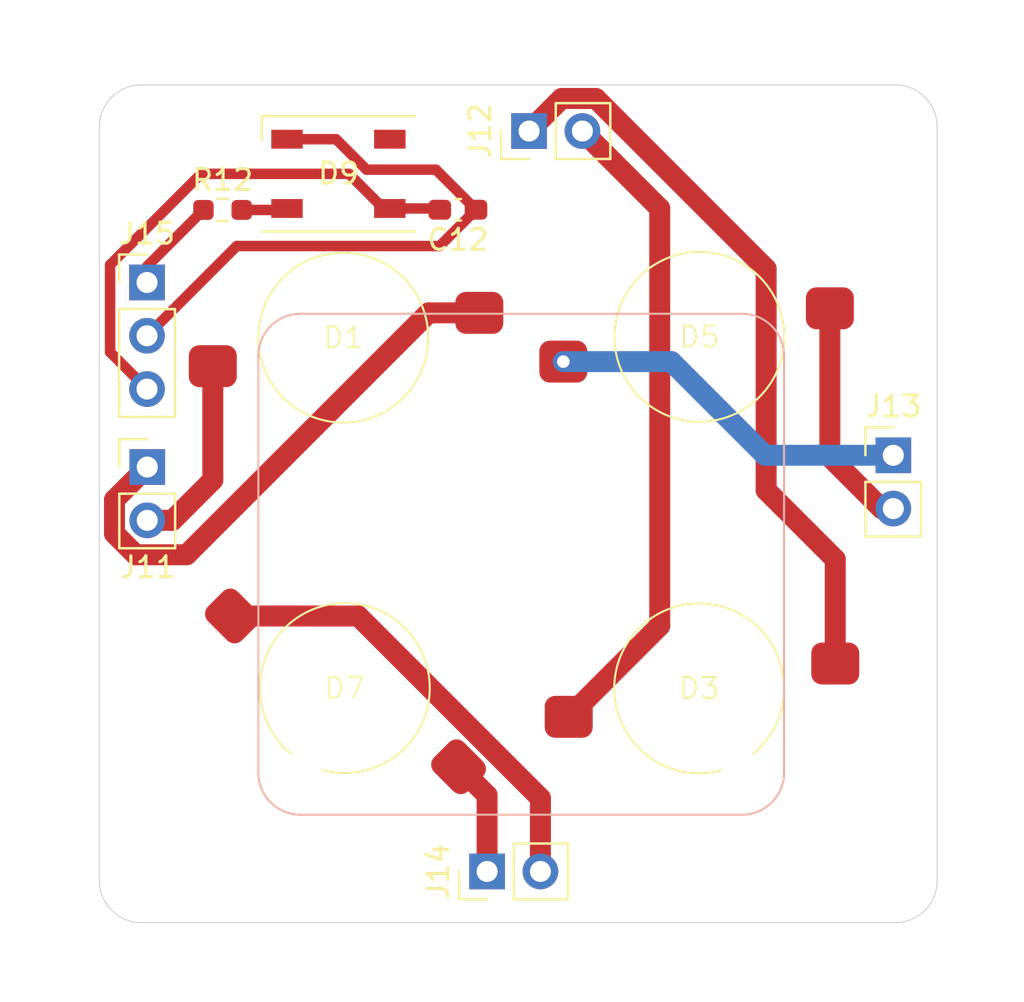
<source format=kicad_pcb>
(kicad_pcb (version 20221018) (generator pcbnew)
  (title_block (date "15 nov 2012"))
  (layers (0 "F.Cu" signal) (31 "B.Cu" signal) (34 "B.Paste" user) (35 "F.Paste" user) (36 "B.SilkS" user "B.Silkscreen") (37 "F.SilkS" user "F.Silkscreen") (38 "B.Mask" user) (39 "F.Mask" user) (44 "Edge.Cuts" user))
  (net 0 "")
  (net 1 "GND")
  (net 2 "+5V")
  (net 4 "Net-(D1-K)")
  (net 5 "Net-(D1-A)")
  (net 6 "Net-(D3-K)")
  (net 7 "Net-(D3-A)")
  (net 8 "Net-(D5-K)")
  (net 9 "Net-(D5-A)")
  (net 10 "Net-(D7-K)")
  (net 11 "Net-(D7-A)")
  (net 13 "Net-(D9-DIN)")
  (net 14 "STAT_LED")
  (footprint "Connector_PinHeader_2.54mm:PinHeader_1x02_P2.54mm_Vertical" (layer "F.Cu") (at 254.795 133.5075 90)
    (fp_text reference "J14" (at 0 -2.33 90) (layer "F.SilkS"))
    (fp_text value "Conn_01x02_Pin")
    (fp_line (start -1.33 -1.33) (end 0 -1.33) (stroke (width 0.12)) (layer "F.SilkS"))
    (fp_line (start -1.33 0) (end -1.33 -1.33) (stroke (width 0.12)) (layer "F.SilkS"))
    (fp_line (start -1.33 1.27) (end -1.33 3.87) (stroke (width 0.12)) (layer "F.SilkS"))
    (fp_line (start -1.33 1.27) (end 1.33 1.27) (stroke (width 0.12)) (layer "F.SilkS"))
    (fp_line (start -1.33 3.87) (end 1.33 3.87) (stroke (width 0.12)) (layer "F.SilkS"))
    (fp_line (start 1.33 1.27) (end 1.33 3.87) (stroke (width 0.12)) (layer "F.SilkS"))
    (pad "1" thru_hole rect locked (at 0 0 90) (size 1.7 1.7) (drill 1) (layers "*.Cu" "*.Mask") (net 10 "Net-(D7-K)"))
    (pad "2" thru_hole oval locked (at 0 2.54 90) (size 1.7 1.7) (drill 1) (layers "*.Cu" "*.Mask") (net 11 "Net-(D7-A)"))
  )
  (footprint "Connector_PinHeader_2.54mm:PinHeader_1x02_P2.54mm_Vertical" (layer "F.Cu") (at 274.15 113.6775)
    (fp_text reference "J13" (at 0 -2.33) (layer "F.SilkS"))
    (fp_text value "Conn_01x02_Pin")
    (fp_line (start -1.33 -1.33) (end 0 -1.33) (stroke (width 0.12)) (layer "F.SilkS"))
    (fp_line (start -1.33 0) (end -1.33 -1.33) (stroke (width 0.12)) (layer "F.SilkS"))
    (fp_line (start -1.33 1.27) (end -1.33 3.87) (stroke (width 0.12)) (layer "F.SilkS"))
    (fp_line (start -1.33 1.27) (end 1.33 1.27) (stroke (width 0.12)) (layer "F.SilkS"))
    (fp_line (start -1.33 3.87) (end 1.33 3.87) (stroke (width 0.12)) (layer "F.SilkS"))
    (fp_line (start 1.33 1.27) (end 1.33 3.87) (stroke (width 0.12)) (layer "F.SilkS"))
    (pad "1" thru_hole rect locked (at 0 0) (size 1.7 1.7) (drill 1) (layers "*.Cu" "*.Mask") (net 8 "Net-(D5-K)"))
    (pad "2" thru_hole oval locked (at 0 2.54) (size 1.7 1.7) (drill 1) (layers "*.Cu" "*.Mask") (net 9 "Net-(D5-A)"))
  )
  (footprint "LEDS - BEAD 3W LED:BEAD-3W-W-120-04" (layer "F.Cu") (at 273.6665 104.134407 180)
    (fp_text reference "D5" (at 8.756 -3.898667 unlocked) (layer "F.SilkS") (effects (font (thickness 0.1))))
    (fp_text value "3W LED")
    (fp_circle (center 8.756 -3.898667) (end 12.80352 -3.898667) (stroke (width 0.1)) (fill none) (layer "F.SilkS"))
    (pad "1" smd roundrect (at 15.24 -5.08 180) (size 2.286 2) (layers "F.Cu" "F.Paste" "F.Mask") (net 8 "Net-(D5-K)"))
    (pad "2" smd roundrect (at 2.54 -2.54 180) (size 2.286 2) (layers "F.Cu" "F.Paste" "F.Mask") (net 9 "Net-(D5-A)"))
  )
  (footprint "LEDS - BEAD 3W LED:BEAD-3W-W-120-04" (layer "F.Cu") (at 239.1835 111.970594)
    (fp_text reference "D1" (at 8.756 -3.898667 unlocked) (layer "F.SilkS") (effects (font (thickness 0.1))))
    (fp_text value "3W LED")
    (fp_circle (center 8.756 -3.898667) (end 12.80352 -3.898667) (stroke (width 0.1)) (fill none) (layer "F.SilkS"))
    (pad "1" smd roundrect (at 15.24 -5.08) (size 2.286 2) (layers "F.Cu" "F.Paste" "F.Mask") (net 4 "Net-(D1-K)"))
    (pad "2" smd roundrect (at 2.54 -2.54) (size 2.286 2) (layers "F.Cu" "F.Paste" "F.Mask") (net 5 "Net-(D1-A)"))
  )
  (footprint "Capacitor_SMD:C_0603_1608Metric_Pad1.08x0.95mm_HandSolder" (layer "F.Cu") (at 253.4025 101.9775 180)
    (fp_text reference "C12" (at 0 -1.43) (layer "F.SilkS"))
    (fp_text value "0.1uF")
    (fp_line (start -0.146267 -0.51) (end 0.146267 -0.51) (stroke (width 0.12)) (layer "F.SilkS"))
    (fp_line (start -0.146267 0.51) (end 0.146267 0.51) (stroke (width 0.12)) (layer "F.SilkS"))
    (pad "1" smd roundrect (at -0.8625 0 180) (size 1.075 0.95) (layers "F.Cu" "F.Paste" "F.Mask") (net 1 "GND"))
    (pad "2" smd roundrect (at 0.8625 0 180) (size 1.075 0.95) (layers "F.Cu" "F.Paste" "F.Mask") (net 2 "+5V"))
  )
  (footprint "LED_SMD:LED_WS2812B_PLCC4_5.0x5.0mm_P3.2mm" (layer "F.Cu") (at 247.71 100.2675 180)
    (fp_text reference "D9" (at -0.01 0.0175) (layer "F.SilkS"))
    (fp_text value "WS2812B")
    (fp_line (start -3.65 -2.75) (end 3.65 -2.75) (stroke (width 0.12)) (layer "F.SilkS"))
    (fp_line (start -3.65 2.75) (end 3.65 2.75) (stroke (width 0.12)) (layer "F.SilkS"))
    (fp_line (start 3.65 2.75) (end 3.65 1.6) (stroke (width 0.12)) (layer "F.SilkS"))
    (pad "1" smd rect (at -2.45 -1.65 180) (size 1.5 0.9) (layers "F.Cu" "F.Paste" "F.Mask") (net 2 "+5V"))
    (pad "2" smd rect (at -2.45 1.65 180) (size 1.5 0.9) (layers "F.Cu" "F.Paste" "F.Mask"))
    (pad "3" smd rect (at 2.45 1.65 180) (size 1.5 0.9) (layers "F.Cu" "F.Paste" "F.Mask") (net 1 "GND"))
    (pad "4" smd rect (at 2.45 -1.65 180) (size 1.5 0.9) (layers "F.Cu" "F.Paste" "F.Mask") (net 13 "Net-(D9-DIN)"))
  )
  (footprint "Connector_PinHeader_2.54mm:PinHeader_1x03_P2.54mm_Vertical" (layer "F.Cu") (at 238.59 105.4425)
    (fp_text reference "J15" (at 0 -2.33) (layer "F.SilkS"))
    (fp_text value "LED_Board_Header")
    (fp_line (start -1.33 -1.33) (end 0 -1.33) (stroke (width 0.12)) (layer "F.SilkS"))
    (fp_line (start -1.33 0) (end -1.33 -1.33) (stroke (width 0.12)) (layer "F.SilkS"))
    (fp_line (start -1.33 1.27) (end -1.33 6.41) (stroke (width 0.12)) (layer "F.SilkS"))
    (fp_line (start -1.33 1.27) (end 1.33 1.27) (stroke (width 0.12)) (layer "F.SilkS"))
    (fp_line (start -1.33 6.41) (end 1.33 6.41) (stroke (width 0.12)) (layer "F.SilkS"))
    (fp_line (start 1.33 1.27) (end 1.33 6.41) (stroke (width 0.12)) (layer "F.SilkS"))
    (pad "1" thru_hole rect locked (at 0 0) (size 1.7 1.7) (drill 1) (layers "*.Cu" "*.Mask") (net 14 "STAT_LED"))
    (pad "2" thru_hole oval locked (at 0 2.54) (size 1.7 1.7) (drill 1) (layers "*.Cu" "*.Mask") (net 1 "GND"))
    (pad "3" thru_hole oval locked (at 0 5.08) (size 1.7 1.7) (drill 1) (layers "*.Cu" "*.Mask") (net 2 "+5V"))
  )
  (footprint "LEDS - BEAD 3W LED:BEAD-3W-W-120-04" (layer "F.Cu") (at 256.1435 128.680594)
    (fp_text reference "D3" (at 8.756 -3.898667 unlocked) (layer "F.SilkS") (effects (font (thickness 0.1))))
    (fp_text value "3W LED")
    (fp_circle (center 8.756 -3.898667) (end 12.80352 -3.898667) (stroke (width 0.1)) (fill none) (layer "F.SilkS"))
    (pad "1" smd roundrect (at 15.24 -5.08) (size 2.286 2) (layers "F.Cu" "F.Paste" "F.Mask") (net 6 "Net-(D3-K)"))
    (pad "2" smd roundrect (at 2.54 -2.54) (size 2.286 2) (layers "F.Cu" "F.Paste" "F.Mask") (net 7 "Net-(D3-A)"))
  )
  (footprint "Connector_PinHeader_2.54mm:PinHeader_1x02_P2.54mm_Vertical" (layer "F.Cu") (at 256.795 98.2275 90)
    (fp_text reference "J12" (at 0 -2.33 90) (layer "F.SilkS"))
    (fp_text value "Conn_01x02_Pin")
    (fp_line (start -1.33 -1.33) (end 0 -1.33) (stroke (width 0.12)) (layer "F.SilkS"))
    (fp_line (start -1.33 0) (end -1.33 -1.33) (stroke (width 0.12)) (layer "F.SilkS"))
    (fp_line (start -1.33 1.27) (end -1.33 3.87) (stroke (width 0.12)) (layer "F.SilkS"))
    (fp_line (start -1.33 1.27) (end 1.33 1.27) (stroke (width 0.12)) (layer "F.SilkS"))
    (fp_line (start -1.33 3.87) (end 1.33 3.87) (stroke (width 0.12)) (layer "F.SilkS"))
    (fp_line (start 1.33 1.27) (end 1.33 3.87) (stroke (width 0.12)) (layer "F.SilkS"))
    (pad "1" thru_hole rect locked (at 0 0 90) (size 1.7 1.7) (drill 1) (layers "*.Cu" "*.Mask") (net 6 "Net-(D3-K)"))
    (pad "2" thru_hole oval locked (at 0 2.54 90) (size 1.7 1.7) (drill 1) (layers "*.Cu" "*.Mask") (net 7 "Net-(D3-A)"))
  )
  (footprint "Resistor_SMD:R_0603_1608Metric_Pad0.98x0.95mm_HandSolder" (layer "F.Cu") (at 242.19 101.9875)
    (fp_text reference "R12" (at 0 -1.43) (layer "F.SilkS"))
    (fp_text value "0")
    (fp_line (start -0.254724 -0.5225) (end 0.254724 -0.5225) (stroke (width 0.12)) (layer "F.SilkS"))
    (fp_line (start -0.254724 0.5225) (end 0.254724 0.5225) (stroke (width 0.12)) (layer "F.SilkS"))
    (pad "1" smd roundrect (at -0.9125 0) (size 0.975 0.95) (layers "F.Cu" "F.Paste" "F.Mask"))
    (pad "2" smd roundrect (at 0.9125 0) (size 0.975 0.95) (layers "F.Cu" "F.Paste" "F.Mask") (net 13 "Net-(D9-DIN)"))
  )
  (footprint "Connector_PinHeader_2.54mm:PinHeader_1x02_P2.54mm_Vertical" (layer "F.Cu") (at 238.6 114.2375)
    (fp_text reference "J11" (at 0.03 4.7725) (layer "F.SilkS"))
    (fp_text value "Conn_01x02_Pin" hide)
    (fp_line (start -1.33 -1.33) (end 0 -1.33) (stroke (width 0.12)) (layer "F.SilkS"))
    (fp_line (start -1.33 0) (end -1.33 -1.33) (stroke (width 0.12)) (layer "F.SilkS"))
    (fp_line (start -1.33 1.27) (end -1.33 3.87) (stroke (width 0.12)) (layer "F.SilkS"))
    (fp_line (start -1.33 1.27) (end 1.33 1.27) (stroke (width 0.12)) (layer "F.SilkS"))
    (fp_line (start -1.33 3.87) (end 1.33 3.87) (stroke (width 0.12)) (layer "F.SilkS"))
    (fp_line (start 1.33 1.27) (end 1.33 3.87) (stroke (width 0.12)) (layer "F.SilkS"))
    (pad "1" thru_hole rect locked (at 0 0) (size 1.7 1.7) (drill 1) (layers "*.Cu" "*.Mask") (net 4 "Net-(D1-K)"))
    (pad "2" thru_hole oval locked (at 0 2.54) (size 1.7 1.7) (drill 1) (layers "*.Cu" "*.Mask") (net 5 "Net-(D1-A)"))
  )
  (footprint "Board:Cam_Outline" (layer "F.Cu") (at 236.32 96.0275)
    (fp_text reference "REF**" hide)
    (fp_text value "Cam_Outline" hide)
    (fp_line (start 7.574356 32.776423) (end 7.574356 12.908274) (stroke (width 0.1)) (layer "B.SilkS"))
    (fp_line (start 9.574356 10.908274) (end 30.624047 10.908274) (stroke (width 0.1)) (layer "B.SilkS"))
    (fp_line (start 30.624047 34.776423) (end 9.574356 34.776423) (stroke (width 0.1)) (layer "B.SilkS"))
    (fp_line (start 32.624047 12.908274) (end 32.624047 32.776423) (stroke (width 0.1)) (layer "B.SilkS"))
    (fp_arc (start 7.574356 12.908274) (mid 8.160141 11.49406) (end 9.574356 10.908274) (stroke (width 0.1)) (layer "B.SilkS"))
    (fp_arc (start 9.574356 34.776423) (mid 8.160137 34.190639) (end 7.574356 32.776423) (stroke (width 0.1)) (layer "B.SilkS"))
    (fp_arc (start 30.624047 10.908274) (mid 32.038239 11.494075) (end 32.624047 12.908274) (stroke (width 0.1)) (layer "B.SilkS"))
    (fp_arc (start 32.624047 32.776423) (mid 32.038255 34.190638) (end 30.624047 34.776423) (stroke (width 0.1)) (layer "B.SilkS"))
    (fp_line (start 0 37.92) (end 0 2) (stroke (width 0.05)) (layer "Edge.Cuts"))
    (fp_line (start 2 0) (end 37.92 0) (stroke (width 0.05)) (layer "Edge.Cuts"))
    (fp_line (start 37.92 39.92) (end 2 39.92) (stroke (width 0.05)) (layer "Edge.Cuts"))
    (fp_line (start 39.92 2) (end 39.92 37.92) (stroke (width 0.05)) (layer "Edge.Cuts"))
    (fp_arc (start 0 2) (mid 0.585786 0.585786) (end 2 0) (stroke (width 0.05)) (layer "Edge.Cuts"))
    (fp_arc (start 2 39.92) (mid 0.585786 39.334214) (end 0 37.92) (stroke (width 0.05)) (layer "Edge.Cuts"))
    (fp_arc (start 37.92 0) (mid 39.334214 0.585786) (end 39.92 2) (stroke (width 0.05)) (layer "Edge.Cuts"))
    (fp_arc (start 39.92 37.92) (mid 39.334214 39.334214) (end 37.92 39.92) (stroke (width 0.05)) (layer "Edge.Cuts"))
    (pad "" np_thru_hole circle locked (at 2.54 2.54) (size 2.75 2.75) (drill 2.75) (layers "F&B.Cu" "*.Mask"))
    (pad "" np_thru_hole circle locked (at 2.54 37.38) (size 2.75 2.75) (drill 2.75) (layers "F&B.Cu" "*.Mask"))
    (pad "" np_thru_hole circle locked (at 9.625174 20.281079) (size 2 2) (drill 2) (layers "F&B.Cu" "*.Mask"))
    (pad "" np_thru_hole circle locked (at 9.625174 32.781079) (size 2 2) (drill 2) (layers "F&B.Cu" "*.Mask"))
    (pad "" np_thru_hole circle locked (at 20.115174 20.371079) (size 6.2 6.2) (drill 6.2) (layers "F&B.Cu" "*.Mask"))
    (pad "" np_thru_hole circle locked (at 30.625174 20.291079) (size 2 2) (drill 2) (layers "F&B.Cu" "*.Mask"))
    (pad "" np_thru_hole circle locked (at 30.625174 32.791079) (size 2 2) (drill 2) (layers "F&B.Cu" "*.Mask"))
    (pad "" np_thru_hole circle locked (at 37.38 2.54) (size 2.75 2.75) (drill 2.75) (layers "F&B.Cu" "*.Mask"))
    (pad "" np_thru_hole circle locked (at 37.38 37.38) (size 2.75 2.75) (drill 2.75) (layers "F&B.Cu" "*.Mask"))
  )
  (footprint "LEDS - BEAD 3W LED:BEAD-3W-W-120-04" (layer "F.Cu") (at 239.066684 121.335398 -45)
    (fp_text reference "D7" (at 8.756 -3.898667 unlocked) (layer "F.SilkS") (effects (font (thickness 0.1))))
    (fp_text value "3W LED" hide)
    (fp_circle (center 8.756 -3.898667) (end 12.80352 -3.898667) (stroke (width 0.1)) (fill none) (layer "F.SilkS"))
    (pad "1" smd roundrect (at 15.24 -5.08 315) (size 2.286 2) (layers "F.Cu" "F.Paste" "F.Mask") (net 10 "Net-(D7-K)"))
    (pad "2" smd roundrect (at 2.54 -2.54 315) (size 2.286 2) (layers "F.Cu" "F.Paste" "F.Mask") (net 11 "Net-(D7-A)"))
  )
  (segment (start 252.535 103.7075) (end 254.265 101.9775) (width 0.5) (layer "F.Cu") (net 1))
  (segment (start 254.265 101.9775) (end 252.355 100.0675) (width 0.5) (layer "F.Cu") (net 1))
  (segment (start 238.59 107.9825) (end 242.865 103.7075) (width 0.5) (layer "F.Cu") (net 1))
  (segment (start 247.6 98.6175) (end 245.26 98.6175) (width 0.5) (layer "F.Cu") (net 1))
  (segment (start 249.05 100.0675) (end 247.6 98.6175) (width 0.5) (layer "F.Cu") (net 1))
  (segment (start 252.355 100.0675) (end 249.05 100.0675) (width 0.5) (layer "F.Cu") (net 1))
  (segment (start 242.865 103.7075) (end 252.535 103.7075) (width 0.5) (layer "F.Cu") (net 1))
  (segment (start 249.86 101.9175) (end 248.21 100.2675) (width 0.5) (layer "F.Cu") (net 2))
  (segment (start 236.83 104.6025) (end 236.83 108.7625) (width 0.5) (layer "F.Cu") (net 2))
  (segment (start 252.48 101.9175) (end 252.54 101.9775) (width 0.5) (layer "F.Cu") (net 2))
  (segment (start 248.21 100.2675) (end 241.165 100.2675) (width 0.5) (layer "F.Cu") (net 2))
  (segment (start 250.16 101.9175) (end 249.86 101.9175) (width 0.5) (layer "F.Cu") (net 2))
  (segment (start 241.165 100.2675) (end 236.83 104.6025) (width 0.5) (layer "F.Cu") (net 2))
  (segment (start 236.83 108.7625) (end 238.59 110.5225) (width 0.5) (layer "F.Cu") (net 2))
  (segment (start 250.16 101.9175) (end 252.48 101.9175) (width 0.5) (layer "F.Cu") (net 2))
  (segment (start 238.6 114.2375) (end 237.04 115.7975) (width 1) (layer "F.Cu") (net 4))
  (segment (start 237.04 117.409532) (end 238.047968 118.4175) (width 1) (layer "F.Cu") (net 4))
  (segment (start 252.006906 106.890594) (end 254.4235 106.890594) (width 1) (layer "F.Cu") (net 4))
  (segment (start 240.48 118.4175) (end 252.006906 106.890594) (width 1) (layer "F.Cu") (net 4))
  (segment (start 238.047968 118.4175) (end 240.48 118.4175) (width 1) (layer "F.Cu") (net 4))
  (segment (start 237.04 115.7975) (end 237.04 117.409532) (width 1) (layer "F.Cu") (net 4))
  (segment (start 239.802081 116.7775) (end 241.7235 114.856081) (width 1) (layer "F.Cu") (net 5))
  (segment (start 238.6 116.7775) (end 239.802081 116.7775) (width 1) (layer "F.Cu") (net 5))
  (segment (start 241.7235 114.856081) (end 241.7235 109.430594) (width 1) (layer "F.Cu") (net 5))
  (segment (start 258.345 96.6775) (end 259.977032 96.6775) (width 1) (layer "F.Cu") (net 6))
  (segment (start 259.977032 96.6775) (end 268.09 104.790468) (width 1) (layer "F.Cu") (net 6))
  (segment (start 271.3835 118.635585) (end 271.3835 123.600594) (width 1) (layer "F.Cu") (net 6))
  (segment (start 256.795 98.2275) (end 258.345 96.6775) (width 1) (layer "F.Cu") (net 6))
  (segment (start 268.09 104.790468) (end 268.09 115.342085) (width 1) (layer "F.Cu") (net 6))
  (segment (start 268.09 115.342085) (end 271.3835 118.635585) (width 1) (layer "F.Cu") (net 6))
  (segment (start 263.02 101.9125) (end 259.335 98.2275) (width 1) (layer "F.Cu") (net 7))
  (segment (start 258.6835 126.140594) (end 263.02 121.804094) (width 1) (layer "F.Cu") (net 7))
  (segment (start 263.02 121.804094) (end 263.02 101.9125) (width 1) (layer "F.Cu") (net 7))
  (via (at 258.4265 109.214407) (size 0.9) (drill 0.6) (layers "F.Cu" "B.Cu") (net 8))
  (segment (start 274.15 113.6775) (end 268.0375 113.6775) (width 1) (layer "B.Cu") (net 8))
  (segment (start 268.0375 113.6775) (end 263.574407 109.214407) (width 1) (layer "B.Cu") (net 8))
  (segment (start 263.574407 109.214407) (end 258.4265 109.214407) (width 1) (layer "B.Cu") (net 8))
  (segment (start 271.1265 106.674407) (end 271.1265 113.754) (width 1) (layer "F.Cu") (net 9))
  (segment (start 271.1265 113.754) (end 273.59 116.2175) (width 1) (layer "F.Cu") (net 9))
  (segment (start 273.59 116.2175) (end 274.15 116.2175) (width 1) (layer "F.Cu") (net 9))
  (segment (start 254.795 129.879509) (end 253.435094 128.519603) (width 1) (layer "F.Cu") (net 10))
  (segment (start 254.795 133.5075) (end 254.795 129.879509) (width 1) (layer "F.Cu") (net 10))
  (segment (start 248.655053 121.335398) (end 257.335 130.015345) (width 1) (layer "F.Cu") (net 11))
  (segment (start 242.658786 121.335398) (end 248.655053 121.335398) (width 1) (layer "F.Cu") (net 11))
  (segment (start 257.335 130.015345) (end 257.335 133.5075) (width 1) (layer "F.Cu") (net 11))
  (segment (start 245.19 101.9875) (end 245.26 101.9175) (width 0.5) (layer "F.Cu") (net 13))
  (segment (start 243.1025 101.9875) (end 245.19 101.9875) (width 0.5) (layer "F.Cu") (net 13))
  (segment (start 238.59 104.675) (end 241.2775 101.9875) (width 0.5) (layer "F.Cu") (net 14))
  (segment (start 238.59 105.4425) (end 238.59 104.675) (width 0.5) (layer "F.Cu") (net 14))
)
</source>
